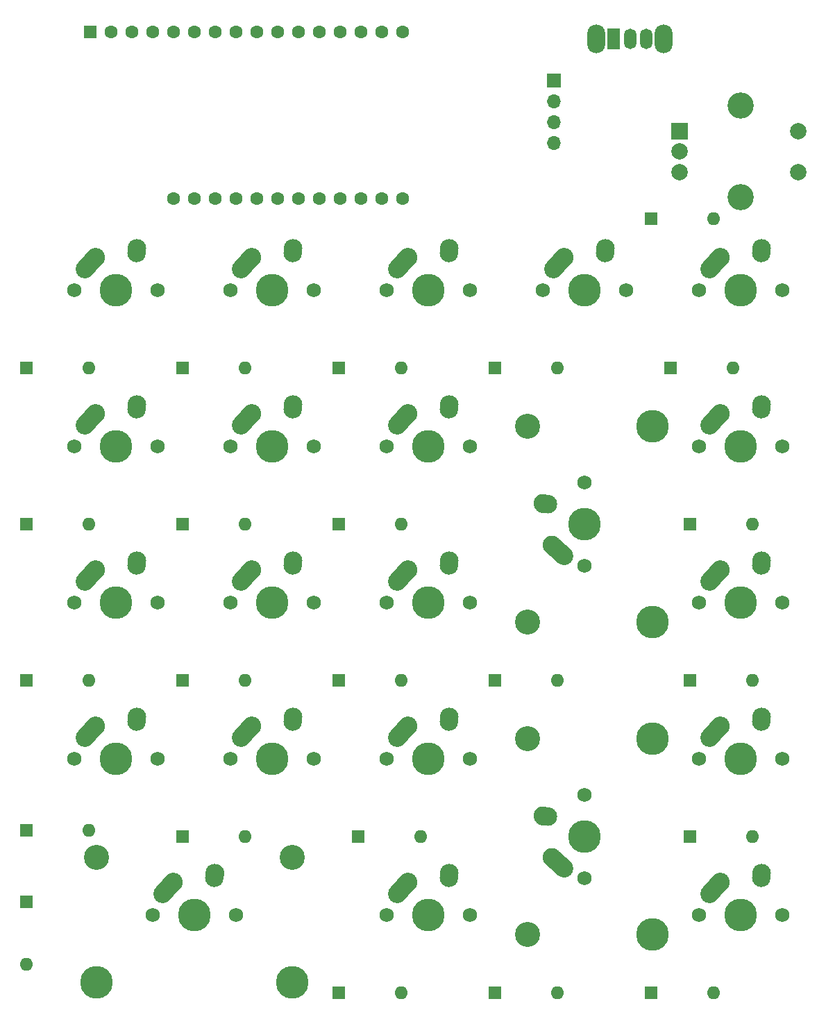
<source format=gbs>
G04 #@! TF.GenerationSoftware,KiCad,Pcbnew,(6.0.8)*
G04 #@! TF.CreationDate,2022-10-30T18:54:34+01:00*
G04 #@! TF.ProjectId,Project-macropad-V2,50726f6a-6563-4742-9d6d-6163726f7061,rev?*
G04 #@! TF.SameCoordinates,Original*
G04 #@! TF.FileFunction,Soldermask,Bot*
G04 #@! TF.FilePolarity,Negative*
%FSLAX46Y46*%
G04 Gerber Fmt 4.6, Leading zero omitted, Abs format (unit mm)*
G04 Created by KiCad (PCBNEW (6.0.8)) date 2022-10-30 18:54:34*
%MOMM*%
%LPD*%
G01*
G04 APERTURE LIST*
G04 Aperture macros list*
%AMHorizOval*
0 Thick line with rounded ends*
0 $1 width*
0 $2 $3 position (X,Y) of the first rounded end (center of the circle)*
0 $4 $5 position (X,Y) of the second rounded end (center of the circle)*
0 Add line between two ends*
20,1,$1,$2,$3,$4,$5,0*
0 Add two circle primitives to create the rounded ends*
1,1,$1,$2,$3*
1,1,$1,$4,$5*%
G04 Aperture macros list end*
%ADD10C,1.750000*%
%ADD11C,3.987800*%
%ADD12C,2.250000*%
%ADD13HorizOval,2.250000X0.655001X0.730000X-0.655001X-0.730000X0*%
%ADD14HorizOval,2.250000X0.020000X0.290000X-0.020000X-0.290000X0*%
%ADD15R,1.600000X1.600000*%
%ADD16O,1.600000X1.600000*%
%ADD17R,1.700000X1.700000*%
%ADD18O,1.700000X1.700000*%
%ADD19C,3.048000*%
%ADD20HorizOval,2.250000X-0.730000X0.655001X0.730000X-0.655001X0*%
%ADD21HorizOval,2.250000X-0.290000X0.020000X0.290000X-0.020000X0*%
%ADD22R,2.000000X2.000000*%
%ADD23C,2.000000*%
%ADD24C,3.200000*%
%ADD25O,1.500000X2.500000*%
%ADD26R,1.500000X2.500000*%
%ADD27O,2.200000X3.500000*%
%ADD28C,1.600000*%
G04 APERTURE END LIST*
D10*
G04 #@! TO.C,MX6*
X134620000Y-57150000D03*
D11*
X139700000Y-57150000D03*
D10*
X144780000Y-57150000D03*
D12*
X137200000Y-53150000D03*
D13*
X136545001Y-53880000D03*
D14*
X142220000Y-52360000D03*
D12*
X142240000Y-52070000D03*
G04 #@! TD*
D15*
G04 #@! TO.C,D13*
X150177500Y-123825000D03*
D16*
X157797500Y-123825000D03*
G04 #@! TD*
D17*
G04 #@! TO.C,J1*
X174079000Y-31611000D03*
D18*
X174079000Y-34151000D03*
X174079000Y-36691000D03*
X174079000Y-39231000D03*
G04 #@! TD*
D10*
G04 #@! TO.C,MX18*
X191770000Y-57150000D03*
X201930000Y-57150000D03*
D11*
X196850000Y-57150000D03*
D13*
X193695001Y-53880000D03*
D12*
X194350000Y-53150000D03*
D14*
X199370000Y-52360000D03*
D12*
X199390000Y-52070000D03*
G04 #@! TD*
D16*
G04 #@! TO.C,D4*
X117316250Y-123031250D03*
D15*
X109696250Y-123031250D03*
G04 #@! TD*
D19*
G04 #@! TO.C,MX16*
X170815000Y-97663000D03*
D10*
X177800000Y-80645000D03*
D19*
X170815000Y-73787000D03*
D11*
X177800000Y-85725000D03*
X186055000Y-73787000D03*
X186055000Y-97663000D03*
D10*
X177800000Y-90805000D03*
D20*
X174530000Y-88879999D03*
D12*
X173800000Y-88225000D03*
D21*
X173010000Y-83205000D03*
D12*
X172720000Y-83185000D03*
G04 #@! TD*
D11*
G04 #@! TO.C,MX20*
X196850000Y-95250000D03*
D10*
X191770000Y-95250000D03*
X201930000Y-95250000D03*
D12*
X194350000Y-91250000D03*
D13*
X193695001Y-91980000D03*
D12*
X199390000Y-90170000D03*
D14*
X199370000Y-90460000D03*
G04 #@! TD*
D10*
G04 #@! TO.C,MX1*
X125730000Y-57150000D03*
X115570000Y-57150000D03*
D11*
X120650000Y-57150000D03*
D12*
X118150000Y-53150000D03*
D13*
X117495001Y-53880000D03*
D14*
X123170000Y-52360000D03*
D12*
X123190000Y-52070000D03*
G04 #@! TD*
D10*
G04 #@! TO.C,MX13*
X153670000Y-114300000D03*
D11*
X158750000Y-114300000D03*
D10*
X163830000Y-114300000D03*
D12*
X156250000Y-110300000D03*
D13*
X155595001Y-111030000D03*
D12*
X161290000Y-109220000D03*
D14*
X161270000Y-109510000D03*
G04 #@! TD*
D15*
G04 #@! TO.C,D11*
X147796250Y-85725000D03*
D16*
X155416250Y-85725000D03*
G04 #@! TD*
D11*
G04 #@! TO.C,MX17*
X186055000Y-111887000D03*
X186055000Y-135763000D03*
X177800000Y-123825000D03*
D10*
X177800000Y-128905000D03*
X177800000Y-118745000D03*
D19*
X170815000Y-135763000D03*
X170815000Y-111887000D03*
D20*
X174530000Y-126979999D03*
D12*
X173800000Y-126325000D03*
D21*
X173010000Y-121305000D03*
D12*
X172720000Y-121285000D03*
G04 #@! TD*
D16*
G04 #@! TO.C,D3*
X117316250Y-104775000D03*
D15*
X109696250Y-104775000D03*
G04 #@! TD*
G04 #@! TO.C,D7*
X128746250Y-85725000D03*
D16*
X136366250Y-85725000D03*
G04 #@! TD*
D10*
G04 #@! TO.C,MX7*
X144780000Y-76200000D03*
D11*
X139700000Y-76200000D03*
D10*
X134620000Y-76200000D03*
D12*
X137200000Y-72200000D03*
D13*
X136545001Y-72930000D03*
D14*
X142220000Y-71410000D03*
D12*
X142240000Y-71120000D03*
G04 #@! TD*
D11*
G04 #@! TO.C,MX10*
X158750000Y-57150000D03*
D10*
X163830000Y-57150000D03*
X153670000Y-57150000D03*
D13*
X155595001Y-53880000D03*
D12*
X156250000Y-53150000D03*
X161290000Y-52070000D03*
D14*
X161270000Y-52360000D03*
G04 #@! TD*
D10*
G04 #@! TO.C,MX14*
X163830000Y-133350000D03*
D11*
X158750000Y-133350000D03*
D10*
X153670000Y-133350000D03*
D12*
X156250000Y-129350000D03*
D13*
X155595001Y-130080000D03*
D14*
X161270000Y-128560000D03*
D12*
X161290000Y-128270000D03*
G04 #@! TD*
D15*
G04 #@! TO.C,D14*
X147796250Y-142875000D03*
D16*
X155416250Y-142875000D03*
G04 #@! TD*
D15*
G04 #@! TO.C,D19*
X190658750Y-85725000D03*
D16*
X198278750Y-85725000D03*
G04 #@! TD*
D15*
G04 #@! TO.C,D9*
X128746250Y-123825000D03*
D16*
X136366250Y-123825000D03*
G04 #@! TD*
G04 #@! TO.C,D1*
X117316250Y-66675000D03*
D15*
X109696250Y-66675000D03*
G04 #@! TD*
G04 #@! TO.C,D5*
X109696250Y-131762500D03*
D16*
X109696250Y-139382500D03*
G04 #@! TD*
D10*
G04 #@! TO.C,MX11*
X163830000Y-76200000D03*
D11*
X158750000Y-76200000D03*
D10*
X153670000Y-76200000D03*
D13*
X155595001Y-72930000D03*
D12*
X156250000Y-72200000D03*
D14*
X161270000Y-71410000D03*
D12*
X161290000Y-71120000D03*
G04 #@! TD*
D22*
G04 #@! TO.C,SW1*
X189366798Y-37748048D03*
D23*
X189366798Y-42748048D03*
X189366798Y-40248048D03*
D24*
X196866798Y-45848048D03*
X196866798Y-34648048D03*
D23*
X203866798Y-42748048D03*
X203866798Y-37748048D03*
G04 #@! TD*
D15*
G04 #@! TO.C,D12*
X147796250Y-104775000D03*
D16*
X155416250Y-104775000D03*
G04 #@! TD*
D25*
G04 #@! TO.C,SW3*
X185356250Y-26491250D03*
X183356250Y-26491250D03*
D26*
X181356250Y-26491250D03*
D27*
X187456250Y-26491250D03*
X179256250Y-26491250D03*
G04 #@! TD*
D15*
G04 #@! TO.C,A1*
X117475000Y-25666250D03*
D28*
X120015000Y-25666250D03*
X122555000Y-25666250D03*
X125095000Y-25666250D03*
X127635000Y-25666250D03*
X130175000Y-25666250D03*
X132715000Y-25666250D03*
X135255000Y-25666250D03*
X137795000Y-25666250D03*
X140335000Y-25666250D03*
X142875000Y-25666250D03*
X145415000Y-25666250D03*
X147955000Y-25666250D03*
X150495000Y-25666250D03*
X153035000Y-25666250D03*
X155575000Y-25666250D03*
X155575000Y-45986250D03*
X153035000Y-45986250D03*
X150495000Y-45986250D03*
X147955000Y-45986250D03*
X145415000Y-45986250D03*
X142875000Y-45986250D03*
X140335000Y-45986250D03*
X137795000Y-45986250D03*
X135255000Y-45986250D03*
X132715000Y-45986250D03*
X130175000Y-45986250D03*
X127635000Y-45986250D03*
G04 #@! TD*
D10*
G04 #@! TO.C,MX3*
X115570000Y-95250000D03*
D11*
X120650000Y-95250000D03*
D10*
X125730000Y-95250000D03*
D13*
X117495001Y-91980000D03*
D12*
X118150000Y-91250000D03*
D14*
X123170000Y-90460000D03*
D12*
X123190000Y-90170000D03*
G04 #@! TD*
D16*
G04 #@! TO.C,D23*
X193516250Y-48418750D03*
D15*
X185896250Y-48418750D03*
G04 #@! TD*
G04 #@! TO.C,D10*
X147796250Y-66675000D03*
D16*
X155416250Y-66675000D03*
G04 #@! TD*
D11*
G04 #@! TO.C,MX9*
X139700000Y-114300000D03*
D10*
X134620000Y-114300000D03*
X144780000Y-114300000D03*
D13*
X136545001Y-111030000D03*
D12*
X137200000Y-110300000D03*
D14*
X142220000Y-109510000D03*
D12*
X142240000Y-109220000D03*
G04 #@! TD*
D15*
G04 #@! TO.C,D22*
X185896250Y-142875000D03*
D16*
X193516250Y-142875000D03*
G04 #@! TD*
D15*
G04 #@! TO.C,D20*
X190658750Y-104775000D03*
D16*
X198278750Y-104775000D03*
G04 #@! TD*
D10*
G04 #@! TO.C,MX19*
X201930000Y-76200000D03*
X191770000Y-76200000D03*
D11*
X196850000Y-76200000D03*
D13*
X193695001Y-72930000D03*
D12*
X194350000Y-72200000D03*
D14*
X199370000Y-71410000D03*
D12*
X199390000Y-71120000D03*
G04 #@! TD*
D11*
G04 #@! TO.C,MX22*
X196850000Y-133350000D03*
D10*
X201930000Y-133350000D03*
X191770000Y-133350000D03*
D12*
X194350000Y-129350000D03*
D13*
X193695001Y-130080000D03*
D12*
X199390000Y-128270000D03*
D14*
X199370000Y-128560000D03*
G04 #@! TD*
D10*
G04 #@! TO.C,MX2*
X115570000Y-76200000D03*
D11*
X120650000Y-76200000D03*
D10*
X125730000Y-76200000D03*
D13*
X117495001Y-72930000D03*
D12*
X118150000Y-72200000D03*
D14*
X123170000Y-71410000D03*
D12*
X123190000Y-71120000D03*
G04 #@! TD*
D11*
G04 #@! TO.C,MX15*
X177800000Y-57150000D03*
D10*
X182880000Y-57150000D03*
X172720000Y-57150000D03*
D13*
X174645001Y-53880000D03*
D12*
X175300000Y-53150000D03*
X180340000Y-52070000D03*
D14*
X180320000Y-52360000D03*
G04 #@! TD*
D15*
G04 #@! TO.C,D6*
X128746250Y-66675000D03*
D16*
X136366250Y-66675000D03*
G04 #@! TD*
D15*
G04 #@! TO.C,D8*
X128746250Y-104775000D03*
D16*
X136366250Y-104775000D03*
G04 #@! TD*
D10*
G04 #@! TO.C,MX4*
X115570000Y-114300000D03*
D11*
X120650000Y-114300000D03*
D10*
X125730000Y-114300000D03*
D12*
X118150000Y-110300000D03*
D13*
X117495001Y-111030000D03*
D12*
X123190000Y-109220000D03*
D14*
X123170000Y-109510000D03*
G04 #@! TD*
D15*
G04 #@! TO.C,D15*
X166846250Y-66675000D03*
D16*
X174466250Y-66675000D03*
G04 #@! TD*
D11*
G04 #@! TO.C,MX8*
X139700000Y-95250000D03*
D10*
X134620000Y-95250000D03*
X144780000Y-95250000D03*
D12*
X137200000Y-91250000D03*
D13*
X136545001Y-91980000D03*
D12*
X142240000Y-90170000D03*
D14*
X142220000Y-90460000D03*
G04 #@! TD*
D15*
G04 #@! TO.C,D16*
X166846250Y-104775000D03*
D16*
X174466250Y-104775000D03*
G04 #@! TD*
D19*
G04 #@! TO.C,MX5*
X142113000Y-126365000D03*
D11*
X118237000Y-141605000D03*
D10*
X125095000Y-133350000D03*
X135255000Y-133350000D03*
D11*
X130175000Y-133350000D03*
X142113000Y-141605000D03*
D19*
X118237000Y-126365000D03*
D12*
X127675000Y-129350000D03*
D13*
X127020001Y-130080000D03*
D14*
X132695000Y-128560000D03*
D12*
X132715000Y-128270000D03*
G04 #@! TD*
D10*
G04 #@! TO.C,MX21*
X201930000Y-114300000D03*
D11*
X196850000Y-114300000D03*
D10*
X191770000Y-114300000D03*
D12*
X194350000Y-110300000D03*
D13*
X193695001Y-111030000D03*
D12*
X199390000Y-109220000D03*
D14*
X199370000Y-109510000D03*
G04 #@! TD*
D15*
G04 #@! TO.C,D17*
X166846250Y-142875000D03*
D16*
X174466250Y-142875000D03*
G04 #@! TD*
G04 #@! TO.C,D2*
X117316250Y-85725000D03*
D15*
X109696250Y-85725000D03*
G04 #@! TD*
D10*
G04 #@! TO.C,MX12*
X163830000Y-95250000D03*
X153670000Y-95250000D03*
D11*
X158750000Y-95250000D03*
D13*
X155595001Y-91980000D03*
D12*
X156250000Y-91250000D03*
D14*
X161270000Y-90460000D03*
D12*
X161290000Y-90170000D03*
G04 #@! TD*
D15*
G04 #@! TO.C,D18*
X188277500Y-66675000D03*
D16*
X195897500Y-66675000D03*
G04 #@! TD*
G04 #@! TO.C,D21*
X198278750Y-123825000D03*
D15*
X190658750Y-123825000D03*
G04 #@! TD*
M02*

</source>
